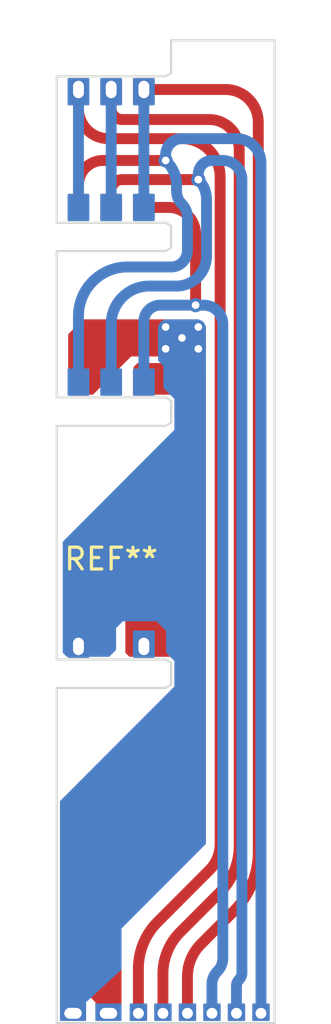
<source format=kicad_pcb>
(kicad_pcb (version 20211014) (generator pcbnew)
  (layers (0 "F.Cu" signal) (31 "B.Cu" signal) (34 "B.Paste" user) (35 "F.Paste" user) (36 "B.SilkS" user "B.Silkscreen") (37 "F.SilkS" user "F.Silkscreen") (38 "B.Mask" user) (39 "F.Mask" user) (44 "Edge.Cuts" user))
  (net 0 "")
  (footprint "MECHANICAL:ESR_OUTER_HOLDER" (layer "F.Cu") (at 100 100)
    (fp_text reference "REF**" (at -2.5 -6.25 unlocked) (layer "F.SilkS"))
    (fp_text value "ESR_OUTER_HOLDER")
    (fp_line (start -5 -21.65) (end -5 -28.35) (layer "Edge.Cuts") (width 0.1))
    (fp_line (start 0 -12.35) (end -5 -12.35) (layer "Edge.Cuts") (width 0.1))
    (fp_line (start 0.25 -1.5) (end 0 -1.65) (layer "Edge.Cuts") (width 0.1))
    (fp_line (start -5 -21.65) (end 0 -21.65) (layer "Edge.Cuts") (width 0.1))
    (fp_line (start -5 -1.65) (end 0 -1.65) (layer "Edge.Cuts") (width 0.1))
    (fp_line (start 0.25 -20.5) (end 0 -20.35) (layer "Edge.Cuts") (width 0.1))
    (fp_line (start 0 -28.35) (end -5 -28.35) (layer "Edge.Cuts") (width 0.1))
    (fp_line (start 0.25 -28.5) (end 0 -28.35) (layer "Edge.Cuts") (width 0.1))
    (fp_line (start 5 15) (end 5 -30) (layer "Edge.Cuts") (width 0.1))
    (fp_line (start -5 -13.65) (end -5 -20.35) (layer "Edge.Cuts") (width 0.1))
    (fp_line (start 5 -30) (end 0.25 -30) (layer "Edge.Cuts") (width 0.1))
    (fp_line (start 0.25 -0.5) (end 0 -0.35) (layer "Edge.Cuts") (width 0.1))
    (fp_line (start -5 15) (end 5 15) (layer "Edge.Cuts") (width 0.1))
    (fp_line (start 0.25 -13.5) (end 0 -13.65) (layer "Edge.Cuts") (width 0.1))
    (fp_line (start 0.25 -21.5) (end 0.25 -20.5) (layer "Edge.Cuts") (width 0.1))
    (fp_line (start 0.25 -12.5) (end 0 -12.35) (layer "Edge.Cuts") (width 0.1))
    (fp_line (start -5 -13.65) (end 0 -13.65) (layer "Edge.Cuts") (width 0.1))
    (fp_line (start 0 -20.35) (end -5 -20.35) (layer "Edge.Cuts") (width 0.1))
    (fp_line (start 0 -0.35) (end -5 -0.35) (layer "Edge.Cuts") (width 0.1))
    (fp_line (start -5 -0.35) (end -5 15) (layer "Edge.Cuts") (width 0.1))
    (fp_line (start -5 -1.65) (end -5 -12.35) (layer "Edge.Cuts") (width 0.1))
    (fp_line (start 0.25 -30) (end 0.25 -28.5) (layer "Edge.Cuts") (width 0.1))
    (fp_line (start 0.25 -13.5) (end 0.25 -12.5) (layer "Edge.Cuts") (width 0.1))
    (fp_line (start 0.25 -21.5) (end 0 -21.65) (layer "Edge.Cuts") (width 0.1))
    (fp_line (start 0.25 -1.5) (end 0.25 -0.5) (layer "Edge.Cuts") (width 0.1))
    (pad "*4" smd roundrect (at -1 -14.35 90) (size 1.25 1) (layers "B.Cu" "B.Paste" "B.Mask") (roundrect_rratio 0.05))
    (pad "*5" smd roundrect (at -2.5 -14.35 90) (size 1.25 1) (layers "B.Cu" "B.Paste" "B.Mask") (roundrect_rratio 0.05))
    (pad "*6" smd roundrect (at -4 -14.35 90) (size 1.25 1) (layers "B.Cu" "B.Paste" "B.Mask") (roundrect_rratio 0.05))
    (pad "*7" smd roundrect (at -1 -22.35 90) (size 1.25 1) (layers "B.Cu" "B.Paste" "B.Mask") (roundrect_rratio 0.05))
    (pad "*8" smd roundrect (at -2.5 -22.35 90) (size 1.25 1) (layers "B.Cu" "B.Paste" "B.Mask") (roundrect_rratio 0.05))
    (pad "*9" smd roundrect (at -4 -22.35 90) (size 1.25 1) (layers "B.Cu" "B.Paste" "B.Mask") (roundrect_rratio 0.05))
    (pad "1" thru_hole roundrect (at -1 -2.25 90) (size 1.25 1) (drill oval 0.8 0.5 (offset 0.1 0)) (layers *.Cu *.Mask) (roundrect_rratio 0.05))
    (pad "3" thru_hole roundrect (at -4 -2.25 90) (size 1.25 1) (drill oval 0.8 0.5 (offset 0.1 0)) (layers *.Cu *.Mask) (roundrect_rratio 0.05))
    (pad "4" smd roundrect (at -1 -14.35 90) (size 1.25 1) (layers "F.Cu" "F.Paste" "F.Mask") (roundrect_rratio 0.05))
    (pad "6" smd roundrect (at -4 -14.35 90) (size 1.25 1) (layers "F.Cu" "F.Paste" "F.Mask") (roundrect_rratio 0.05))
    (pad "7" smd roundrect (at -1 -22.35 90) (size 1.25 1) (layers "F.Cu" "F.Paste" "F.Mask") (roundrect_rratio 0.05))
    (pad "8" smd roundrect (at -2.5 -22.35 90) (size 1.25 1) (layers "F.Cu" "F.Paste" "F.Mask") (roundrect_rratio 0.05))
    (pad "9" smd roundrect (at -4 -22.35 90) (size 1.25 1) (layers "F.Cu" "F.Paste" "F.Mask") (roundrect_rratio 0.05))
    (pad "10" thru_hole roundrect (at -1 -27.75 90) (size 1.25 1) (drill oval 0.8 0.5 (offset -0.1 0)) (layers *.Cu *.Mask) (roundrect_rratio 0.05))
    (pad "11" thru_hole roundrect (at -2.5 -27.75 90) (size 1.25 1) (drill oval 0.8 0.5 (offset -0.1 0)) (layers *.Cu *.Mask) (roundrect_rratio 0.05))
    (pad "12" thru_hole roundrect (at -4 -27.75 90) (size 1.25 1) (drill oval 0.8 0.5 (offset -0.1 0)) (layers *.Cu *.Mask) (roundrect_rratio 0.05))
    (pad "A" thru_hole roundrect (at 4.375 14.55 180) (size 0.8 0.8) (drill 0.5 (offset 0 0.05)) (layers *.Cu *.Mask) (roundrect_rratio 0.05))
    (pad "B" thru_hole roundrect (at 3.25 14.55 180) (size 0.8 0.8) (drill 0.5 (offset 0 0.05)) (layers *.Cu *.Mask) (roundrect_rratio 0.05))
    (pad "C" thru_hole roundrect (at 2.125 14.55 180) (size 0.8 0.8) (drill 0.5 (offset 0 0.05)) (layers *.Cu *.Mask) (roundrect_rratio 0.05))
    (pad "D" thru_hole roundrect (at 1 14.55 180) (size 0.8 0.8) (drill 0.5 (offset 0 0.05)) (layers *.Cu *.Mask) (roundrect_rratio 0.05))
    (pad "E" thru_hole roundrect (at -0.125 14.55 180) (size 0.8 0.8) (drill 0.5 (offset 0 0.05)) (layers *.Cu *.Mask) (roundrect_rratio 0.05))
    (pad "F" thru_hole roundrect (at -1.25 14.55 180) (size 0.8 0.8) (drill 0.5 (offset 0 0.05)) (layers *.Cu *.Mask) (roundrect_rratio 0.05))
    (pad "G" thru_hole roundrect (at -2.625 14.55 180) (size 1.2 0.8) (drill oval 0.8 0.5 (offset 0 0.05)) (layers *.Cu *.Mask) (roundrect_rratio 0.05))
    (pad "H" thru_hole roundrect (at -4.25 14.55 180) (size 1.2 0.8) (drill oval 0.8 0.5 (offset 0 0.05)) (layers *.Cu *.Mask) (roundrect_rratio 0.05))
  )
  (gr_poly (pts (xy 101.75 83.125) (xy 101.75 84.25) (xy 101.625 84.375) (xy 98.375 84.375) (xy 96.625 86.125) (xy 95.625 86.125) (xy 95.625 83.5) (xy 96.25 82.875) (xy 101.5 82.875)) (layer "F.Cu") (width 0.2) (fill solid))
  (gr_poly (pts (xy 101.75 85.5) (xy 101.75 106.75) (xy 97.875 110.625) (xy 97.875 114.75) (xy 96.875 114.75) (xy 96.875 114) (xy 95.875 113) (xy 95.875 104.25) (xy 100.5 99.625) (xy 100.5 98.375) (xy 100.25 98.125) (xy 98.375 98.125) (xy 98.25 98) (xy 98.25 90.125) (xy 100.5 87.875) (xy 100.5 86.375) (xy 100.25 86.125) (xy 98.625 86.125) (xy 98.625 85) (xy 98.75 84.875) (xy 101.125 84.875)) (layer "F.Cu") (width 0.2) (fill solid))
  (gr_poly (pts (xy 101.75 83.125) (xy 101.75 106.75) (xy 97.875 110.625) (xy 97.875 112.5) (xy 96.25 114) (xy 96.25 114.75) (xy 95.25 114.75) (xy 95.25 104.875) (xy 100.5 99.625) (xy 100.5 98.375) (xy 100.125 98) (xy 100.125 97) (xy 99.625 96.5) (xy 98 96.5) (xy 97.625 96.875) (xy 97.625 97.875) (xy 97.375 98.125) (xy 95.5 98.125) (xy 95.375 98) (xy 95.375 93) (xy 100.5 87.875) (xy 100.5 86.375) (xy 100 85.875) (xy 100 84.875) (xy 99.75 84.625) (xy 99.75 83.125) (xy 100 82.875) (xy 101.5 82.875)) (layer "B.Cu") (width 0.2) (fill solid))
  (segment (start 102.5 109) (end 100.670496 110.829504) (width 0.5) (layer "F.Cu") (net 0))
  (segment (start 97.5 76.875) (end 97.5 77.65) (width 0.5) (layer "F.Cu") (net 0))
  (segment (start 96 76.625) (end 96 77.65) (width 0.5) (layer "F.Cu") (net 0))
  (segment (start 103.125 109.875) (end 101.618719 111.381281) (width 0.5) (layer "F.Cu") (net 0))
  (segment (start 103.375 75) (end 103.375 106.887564) (width 0.5) (layer "F.Cu") (net 0))
  (segment (start 100 75.5) (end 97.125 75.5) (width 0.5) (layer "F.Cu") (net 0))
  (segment (start 98 73.625) (end 102 73.625) (width 0.5) (layer "F.Cu") (net 0))
  (segment (start 101.5 76.375) (end 98 76.375) (width 0.5) (layer "F.Cu") (net 0))
  (segment (start 99.875 112.75) (end 99.875 114.55) (width 0.5) (layer "F.Cu") (net 0))
  (segment (start 101 112.875) (end 101 114.55) (width 0.5) (layer "F.Cu") (net 0))
  (segment (start 96 72.25) (end 96 73.125) (width 0.5) (layer "F.Cu") (net 0))
  (segment (start 97.5 72.25) (end 97.5 73.125) (width 0.5) (layer "F.Cu") (net 0))
  (segment (start 102 108) (end 99.633884 110.366116) (width 0.5) (layer "F.Cu") (net 0))
  (segment (start 104.25 73.75) (end 104.25 107.15901) (width 0.5) (layer "F.Cu") (net 0))
  (segment (start 97.375 74.5) (end 100.75 74.5) (width 0.5) (layer "F.Cu") (net 0))
  (segment (start 99 72.25) (end 102.75 72.25) (width 0.5) (layer "F.Cu") (net 0))
  (segment (start 98.75 112.5) (end 98.75 114.55) (width 0.5) (layer "F.Cu") (net 0))
  (segment (start 102.5 76.25) (end 102.5 106.792894) (width 0.5) (layer "F.Cu") (net 0))
  (segment (start 101.375 78.875) (end 101.375 82.125) (width 0.5) (layer "F.Cu") (net 0))
  (segment (start 99 77.65) (end 100.15 77.65) (width 0.5) (layer "F.Cu") (net 0))
  (via (at 100 83.125) (size 0.65) (drill 0.35) (layers "F.Cu" "B.Cu") (net 0))
  (via (at 100 75.5) (size 0.65) (drill 0.35) (layers "F.Cu" "B.Cu") (net 0))
  (via (at 101.375 82.125) (size 0.65) (drill 0.35) (layers "F.Cu" "B.Cu") (net 0))
  (via (at 101.5 76.375) (size 0.65) (drill 0.35) (layers "F.Cu" "B.Cu") (net 0))
  (via (at 101.5 83.125) (size 0.65) (drill 0.35) (layers "F.Cu" "B.Cu") (net 0))
  (via (at 100 84.125) (size 0.65) (drill 0.35) (layers "F.Cu" "B.Cu") (net 0))
  (via (at 100.75 83.625) (size 0.65) (drill 0.35) (layers "F.Cu" "B.Cu") (net 0))
  (via (at 101.5 84.125) (size 0.65) (drill 0.35) (layers "F.Cu" "B.Cu") (net 0))
  (arc (start 102 73.625) (mid 102.972272 74.027728) (end 103.375 75) (width 0.5) (layer "F.Cu") (net 0))
  (arc (start 100.75 74.5) (mid 101.987437 75.012563) (end 102.5 76.25) (width 0.5) (layer "F.Cu") (net 0))
  (arc (start 99.633884 110.366116) (mid 98.979714 111.34515) (end 98.75 112.5) (width 0.5) (layer "F.Cu") (net 0))
  (arc (start 102.75 72.25) (mid 103.81066 72.68934) (end 104.25 73.75) (width 0.5) (layer "F.Cu") (net 0))
  (arc (start 101.618719 111.381281) (mid 101.1608 112.066605) (end 101 112.875) (width 0.5) (layer "F.Cu") (net 0))
  (arc (start 102.5 106.792894) (mid 102.370054 107.446175) (end 102 108) (width 0.5) (layer "F.Cu") (net 0))
  (arc (start 98 76.375) (mid 97.646447 76.521447) (end 97.5 76.875) (width 0.5) (layer "F.Cu") (net 0))
  (arc (start 100.15 77.65) (mid 101.016206 78.008794) (end 101.375 78.875) (width 0.5) (layer "F.Cu") (net 0))
  (arc (start 103.375 106.887564) (mid 103.147595 108.030806) (end 102.5 109) (width 0.5) (layer "F.Cu") (net 0))
  (arc (start 104.25 107.15901) (mid 103.957622 108.628893) (end 103.125 109.875) (width 0.5) (layer "F.Cu") (net 0))
  (arc (start 100.670496 110.829504) (mid 100.081743 111.710635) (end 99.875 112.75) (width 0.5) (layer "F.Cu") (net 0))
  (arc (start 97.125 75.5) (mid 96.329505 75.829505) (end 96 76.625) (width 0.5) (layer "F.Cu") (net 0))
  (arc (start 97.5 73.125) (mid 97.646447 73.478553) (end 98 73.625) (width 0.5) (layer "F.Cu") (net 0))
  (arc (start 96 73.125) (mid 96.402728 74.097272) (end 97.375 74.5) (width 0.5) (layer "F.Cu") (net 0))
  (segment (start 99.25 81.25) (end 100.25 81.25) (width 0.5) (layer "B.Cu") (net 0))
  (segment (start 103.5 76.375) (end 103.5 112.698224) (width 0.5) (layer "B.Cu") (net 0))
  (segment (start 100.75 74.5) (end 103.25 74.5) (width 0.5) (layer "B.Cu") (net 0))
  (segment (start 96 72.25) (end 96 77.65) (width 0.5) (layer "B.Cu") (net 0))
  (segment (start 101 78.103553) (end 101 79.625) (width 0.5) (layer "B.Cu") (net 0))
  (segment (start 101.875 79.875) (end 101.875 77.28033) (width 0.5) (layer "B.Cu") (net 0))
  (segment (start 99.75 82.125) (end 101.375 82.125) (width 0.5) (layer "B.Cu") (net 0))
  (segment (start 102.625 83) (end 102.625 112.021447) (width 0.5) (layer "B.Cu") (net 0))
  (segment (start 100.25 80.375) (end 98.25 80.375) (width 0.5) (layer "B.Cu") (net 0))
  (segment (start 97.5 72.25) (end 97.5 77.65) (width 0.5) (layer "B.Cu") (net 0))
  (segment (start 100 75.5) (end 100 75.25) (width 0.5) (layer "B.Cu") (net 0))
  (segment (start 100 75.5) (end 100.058058 75.558058) (width 0.5) (layer "B.Cu") (net 0))
  (segment (start 102.125 75.5) (end 102.625 75.5) (width 0.5) (layer "B.Cu") (net 0))
  (segment (start 103.25 113.301776) (end 103.25 114.55) (width 0.5) (layer "B.Cu") (net 0))
  (segment (start 101.5 76.375) (end 101.5 76.125) (width 0.5) (layer "B.Cu") (net 0))
  (segment (start 99 72.25) (end 99 77.65) (width 0.5) (layer "B.Cu") (net 0))
  (segment (start 102.125 113.228553) (end 102.125 114.55) (width 0.5) (layer "B.Cu") (net 0))
  (segment (start 97.5 83.25) (end 97.5 83) (width 0.5) (layer "B.Cu") (net 0))
  (segment (start 100.5 76.625) (end 100.5 76.896447) (width 0.5) (layer "B.Cu") (net 0))
  (segment (start 99 85.65) (end 99 82.875) (width 0.5) (layer "B.Cu") (net 0))
  (segment (start 97.5 85.65) (end 97.5 83.25) (width 0.5) (layer "B.Cu") (net 0))
  (segment (start 96 82.625) (end 96 85.65) (width 0.5) (layer "B.Cu") (net 0))
  (segment (start 101.375 82.125) (end 101.75 82.125) (width 0.5) (layer "B.Cu") (net 0))
  (segment (start 104.375 75.625) (end 104.375 114.55) (width 0.5) (layer "B.Cu") (net 0))
  (segment (start 100.25 81.25) (end 100.5 81.25) (width 0.5) (layer "B.Cu") (net 0))
  (arc (start 102.625 112.021447) (mid 102.560027 112.348088) (end 102.375 112.625) (width 0.5) (layer "B.Cu") (net 0))
  (arc (start 100.75 77.5) (mid 100.935027 77.776912) (end 101 78.103553) (width 0.5) (layer "B.Cu") (net 0))
  (arc (start 98.25 80.375) (mid 96.65901 81.03401) (end 96 82.625) (width 0.5) (layer "B.Cu") (net 0))
  (arc (start 100.5 81.25) (mid 101.472272 80.847272) (end 101.875 79.875) (width 0.5) (layer "B.Cu") (net 0))
  (arc (start 101 79.625) (mid 100.78033 80.15533) (end 100.25 80.375) (width 0.5) (layer "B.Cu") (net 0))
  (arc (start 101.5 76.125) (mid 101.683058 75.683058) (end 102.125 75.5) (width 0.5) (layer "B.Cu") (net 0))
  (arc (start 99 82.875) (mid 99.21967 82.34467) (end 99.75 82.125) (width 0.5) (layer "B.Cu") (net 0))
  (arc (start 103.25 74.5) (mid 104.045495 74.829505) (end 104.375 75.625) (width 0.5) (layer "B.Cu") (net 0))
  (arc (start 101.75 82.125) (mid 102.368718 82.381282) (end 102.625 83) (width 0.5) (layer "B.Cu") (net 0))
  (arc (start 103.375 113) (mid 103.282487 113.138456) (end 103.25 113.301776) (width 0.5) (layer "B.Cu") (net 0))
  (arc (start 102.625 75.5) (mid 103.243718 75.756282) (end 103.5 76.375) (width 0.5) (layer "B.Cu") (net 0))
  (arc (start 100 75.25) (mid 100.21967 74.71967) (end 100.75 74.5) (width 0.5) (layer "B.Cu") (net 0))
  (arc (start 101.875 77.28033) (mid 101.777541 76.790369) (end 101.5 76.375) (width 0.5) (layer "B.Cu") (net 0))
  (arc (start 103.5 112.698224) (mid 103.467513 112.861544) (end 103.375 113) (width 0.5) (layer "B.Cu") (net 0))
  (arc (start 97.5 83) (mid 98.012563 81.762563) (end 99.25 81.25) (width 0.5) (layer "B.Cu") (net 0))
  (arc (start 100.5 76.896447) (mid 100.564973 77.223087) (end 100.75 77.5) (width 0.5) (layer "B.Cu") (net 0))
  (arc (start 100.058058 75.558058) (mid 100.385143 76.047575) (end 100.5 76.625) (width 0.5) (layer "B.Cu") (net 0))
  (arc (start 102.375 112.625) (mid 102.189973 112.901912) (end 102.125 113.228553) (width 0.5) (layer "B.Cu") (net 0))
)
</source>
